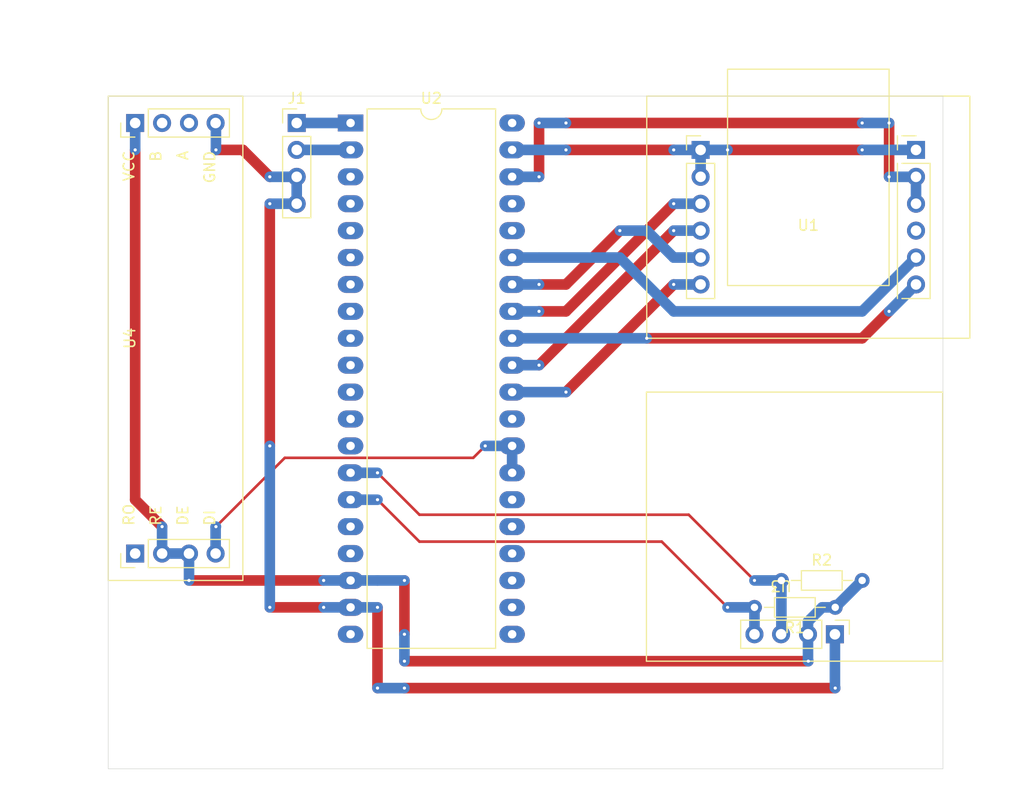
<source format=kicad_pcb>
(kicad_pcb (version 20240108) (generator "pcbnew") (generator_version "8.0")
  (layers (0 "F.Cu" signal) (31 "B.Cu" signal) (34 "B.Paste" user) (35 "F.Paste" user) (36 "B.SilkS" user "B.Silkscreen") (37 "F.SilkS" user "F.Silkscreen") (38 "B.Mask" user) (39 "F.Mask" user) (44 "Edge.Cuts" user))
  (net 0 "")
  (net 1 "VCC5_L")
  (net 2 "SDA1")
  (net 3 "SCL1")
  (net 4 "GND_R")
  (net 5 "W5500_RST")
  (net 10 "W5500_CS")
  (net 12 "W5500_INT")
  (net 16 "MISO1")
  (net 17 "MOSI1")
  (net 18 "VCC33_R")
  (net 19 "SCK1")
  (net 20 "VCC33_L")
  (net 21 "USART2_RX")
  (net 27 "TP0")
  (net 29 "VCC5_R")
  (net 30 "USART1_TX")
  (net 31 "DMX_BREAK")
  (net 34 "TP1")
  (net 36 "USART1_RX")
  (net 37 "GND_L")
  (net 43 "TP2")
  (footprint "Library:OLED_SSD1306_128x64" (layer "F.Cu") (at 134.59 99.06 180)
    (property "Reference" "U3" (at 0 -3.04 180) (layer "F.SilkS"))
    (property "Value" "OLED_SSD1306_128x64")
    (pad "1" thru_hole rect (at -5.08 -7.62 270) (size 1.7 1.7) (drill 1) (layers "*.Cu" "*.Mask" "In1.Cu" "In2.Cu" "In3.Cu" "In4.Cu" "In5.Cu" "In6.Cu" "In7.Cu" "In8.Cu" "In9.Cu" "In10.Cu" "In11.Cu" "In12.Cu" "In13.Cu" "In14.Cu" "In15.Cu" "In16.Cu" "In17.Cu" "In18.Cu" "In19.Cu" "In20.Cu" "In21.Cu" "In22.Cu" "In23.Cu" "In24.Cu" "In25.Cu" "In26.Cu" "In27.Cu" "In28.Cu" "In29.Cu" "In30.Cu") (net 37 "GND_L"))
    (pad "2" thru_hole oval (at -2.54 -7.62 270) (size 1.7 1.7) (drill 1) (layers "*.Cu" "*.Mask" "In1.Cu" "In2.Cu" "In3.Cu" "In4.Cu" "In5.Cu" "In6.Cu" "In7.Cu" "In8.Cu" "In9.Cu" "In10.Cu" "In11.Cu" "In12.Cu" "In13.Cu" "In14.Cu" "In15.Cu" "In16.Cu" "In17.Cu" "In18.Cu" "In19.Cu" "In20.Cu" "In21.Cu" "In22.Cu" "In23.Cu" "In24.Cu" "In25.Cu" "In26.Cu" "In27.Cu" "In28.Cu" "In29.Cu" "In30.Cu") (net 1 "VCC5_L"))
    (pad "3" thru_hole oval (at 0 -7.62 270) (size 1.7 1.7) (drill 1) (layers "*.Cu" "*.Mask" "In1.Cu" "In2.Cu" "In3.Cu" "In4.Cu" "In5.Cu" "In6.Cu" "In7.Cu" "In8.Cu" "In9.Cu" "In10.Cu" "In11.Cu" "In12.Cu" "In13.Cu" "In14.Cu" "In15.Cu" "In16.Cu" "In17.Cu" "In18.Cu" "In19.Cu" "In20.Cu" "In21.Cu" "In22.Cu" "In23.Cu" "In24.Cu" "In25.Cu" "In26.Cu" "In27.Cu" "In28.Cu" "In29.Cu" "In30.Cu") (net 3 "SCL1"))
    (pad "4" thru_hole oval (at 2.51 -7.62 270) (size 1.7 1.7) (drill 1) (layers "*.Cu" "*.Mask" "In1.Cu" "In2.Cu" "In3.Cu" "In4.Cu" "In5.Cu" "In6.Cu" "In7.Cu" "In8.Cu" "In9.Cu" "In10.Cu" "In11.Cu" "In12.Cu" "In13.Cu" "In14.Cu" "In15.Cu" "In16.Cu" "In17.Cu" "In18.Cu" "In19.Cu" "In20.Cu" "In21.Cu" "In22.Cu" "In23.Cu" "In24.Cu" "In25.Cu" "In26.Cu" "In27.Cu" "In28.Cu" "In29.Cu" "In30.Cu") (net 2 "SDA1"))
  )
  (footprint "Library:RS485_MODULE" (layer "F.Cu") (at 73.66 78.74 90)
    (property "Reference" "U4" (at 0 -0.5 90) (layer "F.SilkS"))
    (property "Value" "RS485_MODULE")
    (fp_text user "DE" (at -17.78 5.08 90) (layer "F.SilkS") (effects (justify left bottom)))
    (fp_text user "GND" (at 17.78 7.62 90) (layer "F.SilkS") (effects (justify right bottom)))
    (fp_text user "B" (at 17.78 2.54 90) (layer "F.SilkS") (effects (justify right bottom)))
    (fp_text user "RE" (at -17.78 2.54 90) (layer "F.SilkS") (effects (justify left bottom)))
    (fp_text user "RO" (at -17.78 0 90) (layer "F.SilkS") (effects (justify left bottom)))
    (fp_text user "A" (at 17.78 5.08 90) (layer "F.SilkS") (effects (justify right bottom)))
    (fp_text user "VCC" (at 17.78 0 90) (layer "F.SilkS") (effects (justify right bottom)))
    (fp_text user "DI" (at -17.78 7.62 90) (layer "F.SilkS") (effects (justify left bottom)))
    (pad "1" thru_hole rect (at -20.32 0 90) (size 1.7 1.7) (drill 1) (layers "*.Cu" "*.Mask" "In1.Cu" "In2.Cu" "In3.Cu" "In4.Cu" "In5.Cu" "In6.Cu" "In7.Cu" "In8.Cu" "In9.Cu" "In10.Cu" "In11.Cu" "In12.Cu" "In13.Cu" "In14.Cu" "In15.Cu" "In16.Cu" "In17.Cu" "In18.Cu" "In19.Cu" "In20.Cu" "In21.Cu" "In22.Cu" "In23.Cu" "In24.Cu" "In25.Cu" "In26.Cu" "In27.Cu" "In28.Cu" "In29.Cu" "In30.Cu"))
    (pad "2" thru_hole oval (at -20.32 2.54 90) (size 1.7 1.7) (drill 1) (layers "*.Cu" "*.Mask" "In1.Cu" "In2.Cu" "In3.Cu" "In4.Cu" "In5.Cu" "In6.Cu" "In7.Cu" "In8.Cu" "In9.Cu" "In10.Cu" "In11.Cu" "In12.Cu" "In13.Cu" "In14.Cu" "In15.Cu" "In16.Cu" "In17.Cu" "In18.Cu" "In19.Cu" "In20.Cu" "In21.Cu" "In22.Cu" "In23.Cu" "In24.Cu" "In25.Cu" "In26.Cu" "In27.Cu" "In28.Cu" "In29.Cu" "In30.Cu") (net 1 "VCC5_L"))
    (pad "3" thru_hole oval (at -20.32 5.08 90) (size 1.7 1.7) (drill 1) (layers "*.Cu" "*.Mask" "In1.Cu" "In2.Cu" "In3.Cu" "In4.Cu" "In5.Cu" "In6.Cu" "In7.Cu" "In8.Cu" "In9.Cu" "In10.Cu" "In11.Cu" "In12.Cu" "In13.Cu" "In14.Cu" "In15.Cu" "In16.Cu" "In17.Cu" "In18.Cu" "In19.Cu" "In20.Cu" "In21.Cu" "In22.Cu" "In23.Cu" "In24.Cu" "In25.Cu" "In26.Cu" "In27.Cu" "In28.Cu" "In29.Cu" "In30.Cu") (net 1 "VCC5_L"))
    (pad "4" thru_hole oval (at -20.32 7.59 90) (size 1.7 1.7) (drill 1) (layers "*.Cu" "*.Mask" "In1.Cu" "In2.Cu" "In3.Cu" "In4.Cu" "In5.Cu" "In6.Cu" "In7.Cu" "In8.Cu" "In9.Cu" "In10.Cu" "In11.Cu" "In12.Cu" "In13.Cu" "In14.Cu" "In15.Cu" "In16.Cu" "In17.Cu" "In18.Cu" "In19.Cu" "In20.Cu" "In21.Cu" "In22.Cu" "In23.Cu" "In24.Cu" "In25.Cu" "In26.Cu" "In27.Cu" "In28.Cu" "In29.Cu" "In30.Cu") (net 31 "DMX_BREAK"))
    (pad "5" thru_hole oval (at 20.32 7.59 90) (size 1.7 1.7) (drill 1) (layers "*.Cu" "*.Mask" "In1.Cu" "In2.Cu" "In3.Cu" "In4.Cu" "In5.Cu" "In6.Cu" "In7.Cu" "In8.Cu" "In9.Cu" "In10.Cu" "In11.Cu" "In12.Cu" "In13.Cu" "In14.Cu" "In15.Cu" "In16.Cu" "In17.Cu" "In18.Cu" "In19.Cu" "In20.Cu" "In21.Cu" "In22.Cu" "In23.Cu" "In24.Cu" "In25.Cu" "In26.Cu" "In27.Cu" "In28.Cu" "In29.Cu" "In30.Cu") (net 37 "GND_L"))
    (pad "6" thru_hole oval (at 20.32 5.08 90) (size 1.7 1.7) (drill 1) (layers "*.Cu" "*.Mask" "In1.Cu" "In2.Cu" "In3.Cu" "In4.Cu" "In5.Cu" "In6.Cu" "In7.Cu" "In8.Cu" "In9.Cu" "In10.Cu" "In11.Cu" "In12.Cu" "In13.Cu" "In14.Cu" "In15.Cu" "In16.Cu" "In17.Cu" "In18.Cu" "In19.Cu" "In20.Cu" "In21.Cu" "In22.Cu" "In23.Cu" "In24.Cu" "In25.Cu" "In26.Cu" "In27.Cu" "In28.Cu" "In29.Cu" "In30.Cu"))
    (pad "7" thru_hole oval (at 20.32 2.54 90) (size 1.7 1.7) (drill 1) (layers "*.Cu" "*.Mask" "In1.Cu" "In2.Cu" "In3.Cu" "In4.Cu" "In5.Cu" "In6.Cu" "In7.Cu" "In8.Cu" "In9.Cu" "In10.Cu" "In11.Cu" "In12.Cu" "In13.Cu" "In14.Cu" "In15.Cu" "In16.Cu" "In17.Cu" "In18.Cu" "In19.Cu" "In20.Cu" "In21.Cu" "In22.Cu" "In23.Cu" "In24.Cu" "In25.Cu" "In26.Cu" "In27.Cu" "In28.Cu" "In29.Cu" "In30.Cu"))
    (pad "8" thru_hole rect (at 20.32 0 90) (size 1.7 1.7) (drill 1) (layers "*.Cu" "*.Mask" "In1.Cu" "In2.Cu" "In3.Cu" "In4.Cu" "In5.Cu" "In6.Cu" "In7.Cu" "In8.Cu" "In9.Cu" "In10.Cu" "In11.Cu" "In12.Cu" "In13.Cu" "In14.Cu" "In15.Cu" "In16.Cu" "In17.Cu" "In18.Cu" "In19.Cu" "In20.Cu" "In21.Cu" "In22.Cu" "In23.Cu" "In24.Cu" "In25.Cu" "In26.Cu" "In27.Cu" "In28.Cu" "In29.Cu" "In30.Cu") (net 1 "VCC5_L"))
  )
  (footprint "Connector_PinHeader_2.54mm:PinHeader_1x04_P2.54mm_Vertical" (layer "F.Cu") (at 88.9 58.42)
    (property "Reference" "J1" (at 0 -2.33 0) (layer "F.SilkS"))
    (property "Value" "DIAG")
    (pad "1" thru_hole rect (at 0 0) (size 1.7 1.7) (drill 1) (layers "*.Cu" "*.Mask" "In1.Cu" "In2.Cu" "In3.Cu" "In4.Cu" "In5.Cu" "In6.Cu" "In7.Cu" "In8.Cu" "In9.Cu" "In10.Cu" "In11.Cu" "In12.Cu" "In13.Cu" "In14.Cu" "In15.Cu" "In16.Cu" "In17.Cu" "In18.Cu" "In19.Cu" "In20.Cu" "In21.Cu" "In22.Cu" "In23.Cu" "In24.Cu" "In25.Cu" "In26.Cu" "In27.Cu" "In28.Cu" "In29.Cu" "In30.Cu") (net 27 "TP0"))
    (pad "2" thru_hole oval (at 0 2.54) (size 1.7 1.7) (drill 1) (layers "*.Cu" "*.Mask" "In1.Cu" "In2.Cu" "In3.Cu" "In4.Cu" "In5.Cu" "In6.Cu" "In7.Cu" "In8.Cu" "In9.Cu" "In10.Cu" "In11.Cu" "In12.Cu" "In13.Cu" "In14.Cu" "In15.Cu" "In16.Cu" "In17.Cu" "In18.Cu" "In19.Cu" "In20.Cu" "In21.Cu" "In22.Cu" "In23.Cu" "In24.Cu" "In25.Cu" "In26.Cu" "In27.Cu" "In28.Cu" "In29.Cu" "In30.Cu") (net 34 "TP1"))
    (pad "3" thru_hole oval (at 0 5.08) (size 1.7 1.7) (drill 1) (layers "*.Cu" "*.Mask" "In1.Cu" "In2.Cu" "In3.Cu" "In4.Cu" "In5.Cu" "In6.Cu" "In7.Cu" "In8.Cu" "In9.Cu" "In10.Cu" "In11.Cu" "In12.Cu" "In13.Cu" "In14.Cu" "In15.Cu" "In16.Cu" "In17.Cu" "In18.Cu" "In19.Cu" "In20.Cu" "In21.Cu" "In22.Cu" "In23.Cu" "In24.Cu" "In25.Cu" "In26.Cu" "In27.Cu" "In28.Cu" "In29.Cu" "In30.Cu") (net 37 "GND_L"))
    (pad "4" thru_hole oval (at 0 7.62) (size 1.7 1.7) (drill 1) (layers "*.Cu" "*.Mask" "In1.Cu" "In2.Cu" "In3.Cu" "In4.Cu" "In5.Cu" "In6.Cu" "In7.Cu" "In8.Cu" "In9.Cu" "In10.Cu" "In11.Cu" "In12.Cu" "In13.Cu" "In14.Cu" "In15.Cu" "In16.Cu" "In17.Cu" "In18.Cu" "In19.Cu" "In20.Cu" "In21.Cu" "In22.Cu" "In23.Cu" "In24.Cu" "In25.Cu" "In26.Cu" "In27.Cu" "In28.Cu" "In29.Cu" "In30.Cu") (net 37 "GND_L"))
  )
  (footprint "Library:W5500_Lite" (layer "F.Cu") (at 137.16 68.58)
    (property "Reference" "U1" (at 0 -0.5 0) (layer "F.SilkS"))
    (property "Value" "W5500 lite")
    (pad "1" thru_hole rect (at -10.16 -7.62) (size 1.7 1.7) (drill 1) (layers "*.Cu" "*.Mask" "In1.Cu" "In2.Cu" "In3.Cu" "In4.Cu" "In5.Cu" "In6.Cu" "In7.Cu" "In8.Cu" "In9.Cu" "In10.Cu" "In11.Cu" "In12.Cu" "In13.Cu" "In14.Cu" "In15.Cu" "In16.Cu" "In17.Cu" "In18.Cu" "In19.Cu" "In20.Cu" "In21.Cu" "In22.Cu" "In23.Cu" "In24.Cu" "In25.Cu" "In26.Cu" "In27.Cu" "In28.Cu" "In29.Cu" "In30.Cu") (net 4 "GND_R"))
    (pad "2" thru_hole oval (at -10.16 -5.08) (size 1.7 1.7) (drill 1) (layers "*.Cu" "*.Mask" "In1.Cu" "In2.Cu" "In3.Cu" "In4.Cu" "In5.Cu" "In6.Cu" "In7.Cu" "In8.Cu" "In9.Cu" "In10.Cu" "In11.Cu" "In12.Cu" "In13.Cu" "In14.Cu" "In15.Cu" "In16.Cu" "In17.Cu" "In18.Cu" "In19.Cu" "In20.Cu" "In21.Cu" "In22.Cu" "In23.Cu" "In24.Cu" "In25.Cu" "In26.Cu" "In27.Cu" "In28.Cu" "In29.Cu" "In30.Cu") (net 4 "GND_R"))
    (pad "3" thru_hole oval (at -10.16 -2.54) (size 1.7 1.7) (drill 1) (layers "*.Cu" "*.Mask" "In1.Cu" "In2.Cu" "In3.Cu" "In4.Cu" "In5.Cu" "In6.Cu" "In7.Cu" "In8.Cu" "In9.Cu" "In10.Cu" "In11.Cu" "In12.Cu" "In13.Cu" "In14.Cu" "In15.Cu" "In16.Cu" "In17.Cu" "In18.Cu" "In19.Cu" "In20.Cu" "In21.Cu" "In22.Cu" "In23.Cu" "In24.Cu" "In25.Cu" "In26.Cu" "In27.Cu" "In28.Cu" "In29.Cu" "In30.Cu") (net 17 "MOSI1"))
    (pad "4" thru_hole oval (at -10.16 0) (size 1.7 1.7) (drill 1) (layers "*.Cu" "*.Mask" "In1.Cu" "In2.Cu" "In3.Cu" "In4.Cu" "In5.Cu" "In6.Cu" "In7.Cu" "In8.Cu" "In9.Cu" "In10.Cu" "In11.Cu" "In12.Cu" "In13.Cu" "In14.Cu" "In15.Cu" "In16.Cu" "In17.Cu" "In18.Cu" "In19.Cu" "In20.Cu" "In21.Cu" "In22.Cu" "In23.Cu" "In24.Cu" "In25.Cu" "In26.Cu" "In27.Cu" "In28.Cu" "In29.Cu" "In30.Cu") (net 19 "SCK1"))
    (pad "5" thru_hole oval (at -10.16 2.54) (size 1.7 1.7) (drill 1) (layers "*.Cu" "*.Mask" "In1.Cu" "In2.Cu" "In3.Cu" "In4.Cu" "In5.Cu" "In6.Cu" "In7.Cu" "In8.Cu" "In9.Cu" "In10.Cu" "In11.Cu" "In12.Cu" "In13.Cu" "In14.Cu" "In15.Cu" "In16.Cu" "In17.Cu" "In18.Cu" "In19.Cu" "In20.Cu" "In21.Cu" "In22.Cu" "In23.Cu" "In24.Cu" "In25.Cu" "In26.Cu" "In27.Cu" "In28.Cu" "In29.Cu" "In30.Cu") (net 10 "W5500_CS"))
    (pad "6" thru_hole oval (at -10.16 5.08) (size 1.7 1.7) (drill 1) (layers "*.Cu" "*.Mask" "In1.Cu" "In2.Cu" "In3.Cu" "In4.Cu" "In5.Cu" "In6.Cu" "In7.Cu" "In8.Cu" "In9.Cu" "In10.Cu" "In11.Cu" "In12.Cu" "In13.Cu" "In14.Cu" "In15.Cu" "In16.Cu" "In17.Cu" "In18.Cu" "In19.Cu" "In20.Cu" "In21.Cu" "In22.Cu" "In23.Cu" "In24.Cu" "In25.Cu" "In26.Cu" "In27.Cu" "In28.Cu" "In29.Cu" "In30.Cu") (net 12 "W5500_INT"))
    (pad "7" thru_hole oval (at 10.16 5.08) (size 1.7 1.7) (drill 1) (layers "*.Cu" "*.Mask" "In1.Cu" "In2.Cu" "In3.Cu" "In4.Cu" "In5.Cu" "In6.Cu" "In7.Cu" "In8.Cu" "In9.Cu" "In10.Cu" "In11.Cu" "In12.Cu" "In13.Cu" "In14.Cu" "In15.Cu" "In16.Cu" "In17.Cu" "In18.Cu" "In19.Cu" "In20.Cu" "In21.Cu" "In22.Cu" "In23.Cu" "In24.Cu" "In25.Cu" "In26.Cu" "In27.Cu" "In28.Cu" "In29.Cu" "In30.Cu") (net 16 "MISO1"))
    (pad "8" thru_hole oval (at 10.16 2.54) (size 1.7 1.7) (drill 1) (layers "*.Cu" "*.Mask" "In1.Cu" "In2.Cu" "In3.Cu" "In4.Cu" "In5.Cu" "In6.Cu" "In7.Cu" "In8.Cu" "In9.Cu" "In10.Cu" "In11.Cu" "In12.Cu" "In13.Cu" "In14.Cu" "In15.Cu" "In16.Cu" "In17.Cu" "In18.Cu" "In19.Cu" "In20.Cu" "In21.Cu" "In22.Cu" "In23.Cu" "In24.Cu" "In25.Cu" "In26.Cu" "In27.Cu" "In28.Cu" "In29.Cu" "In30.Cu") (net 5 "W5500_RST"))
    (pad "9" thru_hole oval (at 10.16 0) (size 1.7 1.7) (drill 1) (layers "*.Cu" "*.Mask" "In1.Cu" "In2.Cu" "In3.Cu" "In4.Cu" "In5.Cu" "In6.Cu" "In7.Cu" "In8.Cu" "In9.Cu" "In10.Cu" "In11.Cu" "In12.Cu" "In13.Cu" "In14.Cu" "In15.Cu" "In16.Cu" "In17.Cu" "In18.Cu" "In19.Cu" "In20.Cu" "In21.Cu" "In22.Cu" "In23.Cu" "In24.Cu" "In25.Cu" "In26.Cu" "In27.Cu" "In28.Cu" "In29.Cu" "In30.Cu"))
    (pad "10" thru_hole oval (at 10.16 -2.54) (size 1.7 1.7) (drill 1) (layers "*.Cu" "*.Mask" "In1.Cu" "In2.Cu" "In3.Cu" "In4.Cu" "In5.Cu" "In6.Cu" "In7.Cu" "In8.Cu" "In9.Cu" "In10.Cu" "In11.Cu" "In12.Cu" "In13.Cu" "In14.Cu" "In15.Cu" "In16.Cu" "In17.Cu" "In18.Cu" "In19.Cu" "In20.Cu" "In21.Cu" "In22.Cu" "In23.Cu" "In24.Cu" "In25.Cu" "In26.Cu" "In27.Cu" "In28.Cu" "In29.Cu" "In30.Cu") (net 18 "VCC33_R"))
    (pad "11" thru_hole oval (at 10.16 -5.08) (size 1.7 1.7) (drill 1) (layers "*.Cu" "*.Mask" "In1.Cu" "In2.Cu" "In3.Cu" "In4.Cu" "In5.Cu" "In6.Cu" "In7.Cu" "In8.Cu" "In9.Cu" "In10.Cu" "In11.Cu" "In12.Cu" "In13.Cu" "In14.Cu" "In15.Cu" "In16.Cu" "In17.Cu" "In18.Cu" "In19.Cu" "In20.Cu" "In21.Cu" "In22.Cu" "In23.Cu" "In24.Cu" "In25.Cu" "In26.Cu" "In27.Cu" "In28.Cu" "In29.Cu" "In30.Cu") (net 18 "VCC33_R"))
    (pad "12" thru_hole rect (at 10.16 -7.62) (size 1.7 1.7) (drill 1) (layers "*.Cu" "*.Mask" "In1.Cu" "In2.Cu" "In3.Cu" "In4.Cu" "In5.Cu" "In6.Cu" "In7.Cu" "In8.Cu" "In9.Cu" "In10.Cu" "In11.Cu" "In12.Cu" "In13.Cu" "In14.Cu" "In15.Cu" "In16.Cu" "In17.Cu" "In18.Cu" "In19.Cu" "In20.Cu" "In21.Cu" "In22.Cu" "In23.Cu" "In24.Cu" "In25.Cu" "In26.Cu" "In27.Cu" "In28.Cu" "In29.Cu" "In30.Cu") (net 4 "GND_R"))
  )
  (footprint "Package_DIP:DIP-40_W15.24mm_LongPads" (layer "F.Cu") (at 93.98 58.42)
    (property "Reference" "U2" (at 7.62 -2.33 0) (layer "F.SilkS"))
    (property "Value" "STM32F4x1Cx_v2.0+")
    (pad "1" thru_hole rect (at 0 0) (size 2.4 1.6) (drill 0.8) (layers "*.Cu" "*.Mask" "In1.Cu" "In2.Cu" "In3.Cu" "In4.Cu" "In5.Cu" "In6.Cu" "In7.Cu" "In8.Cu" "In9.Cu" "In10.Cu" "In11.Cu" "In12.Cu" "In13.Cu" "In14.Cu" "In15.Cu" "In16.Cu" "In17.Cu" "In18.Cu" "In19.Cu" "In20.Cu" "In21.Cu" "In22.Cu" "In23.Cu" "In24.Cu" "In25.Cu" "In26.Cu" "In27.Cu" "In28.Cu" "In29.Cu" "In30.Cu") (net 27 "TP0"))
    (pad "2" thru_hole oval (at 0 2.54) (size 2.4 1.6) (drill 0.8) (layers "*.Cu" "*.Mask" "In1.Cu" "In2.Cu" "In3.Cu" "In4.Cu" "In5.Cu" "In6.Cu" "In7.Cu" "In8.Cu" "In9.Cu" "In10.Cu" "In11.Cu" "In12.Cu" "In13.Cu" "In14.Cu" "In15.Cu" "In16.Cu" "In17.Cu" "In18.Cu" "In19.Cu" "In20.Cu" "In21.Cu" "In22.Cu" "In23.Cu" "In24.Cu" "In25.Cu" "In26.Cu" "In27.Cu" "In28.Cu" "In29.Cu" "In30.Cu") (net 34 "TP1"))
    (pad "3" thru_hole oval (at 0 5.08) (size 2.4 1.6) (drill 0.8) (layers "*.Cu" "*.Mask" "In1.Cu" "In2.Cu" "In3.Cu" "In4.Cu" "In5.Cu" "In6.Cu" "In7.Cu" "In8.Cu" "In9.Cu" "In10.Cu" "In11.Cu" "In12.Cu" "In13.Cu" "In14.Cu" "In15.Cu" "In16.Cu" "In17.Cu" "In18.Cu" "In19.Cu" "In20.Cu" "In21.Cu" "In22.Cu" "In23.Cu" "In24.Cu" "In25.Cu" "In26.Cu" "In27.Cu" "In28.Cu" "In29.Cu" "In30.Cu"))
    (pad "4" thru_hole oval (at 0 7.62) (size 2.4 1.6) (drill 0.8) (layers "*.Cu" "*.Mask" "In1.Cu" "In2.Cu" "In3.Cu" "In4.Cu" "In5.Cu" "In6.Cu" "In7.Cu" "In8.Cu" "In9.Cu" "In10.Cu" "In11.Cu" "In12.Cu" "In13.Cu" "In14.Cu" "In15.Cu" "In16.Cu" "In17.Cu" "In18.Cu" "In19.Cu" "In20.Cu" "In21.Cu" "In22.Cu" "In23.Cu" "In24.Cu" "In25.Cu" "In26.Cu" "In27.Cu" "In28.Cu" "In29.Cu" "In30.Cu"))
    (pad "5" thru_hole oval (at 0 10.16) (size 2.4 1.6) (drill 0.8) (layers "*.Cu" "*.Mask" "In1.Cu" "In2.Cu" "In3.Cu" "In4.Cu" "In5.Cu" "In6.Cu" "In7.Cu" "In8.Cu" "In9.Cu" "In10.Cu" "In11.Cu" "In12.Cu" "In13.Cu" "In14.Cu" "In15.Cu" "In16.Cu" "In17.Cu" "In18.Cu" "In19.Cu" "In20.Cu" "In21.Cu" "In22.Cu" "In23.Cu" "In24.Cu" "In25.Cu" "In26.Cu" "In27.Cu" "In28.Cu" "In29.Cu" "In30.Cu"))
    (pad "6" thru_hole oval (at 0 12.7) (size 2.4 1.6) (drill 0.8) (layers "*.Cu" "*.Mask" "In1.Cu" "In2.Cu" "In3.Cu" "In4.Cu" "In5.Cu" "In6.Cu" "In7.Cu" "In8.Cu" "In9.Cu" "In10.Cu" "In11.Cu" "In12.Cu" "In13.Cu" "In14.Cu" "In15.Cu" "In16.Cu" "In17.Cu" "In18.Cu" "In19.Cu" "In20.Cu" "In21.Cu" "In22.Cu" "In23.Cu" "In24.Cu" "In25.Cu" "In26.Cu" "In27.Cu" "In28.Cu" "In29.Cu" "In30.Cu") (net 30 "USART1_TX"))
    (pad "7" thru_hole oval (at 0 15.24) (size 2.4 1.6) (drill 0.8) (layers "*.Cu" "*.Mask" "In1.Cu" "In2.Cu" "In3.Cu" "In4.Cu" "In5.Cu" "In6.Cu" "In7.Cu" "In8.Cu" "In9.Cu" "In10.Cu" "In11.Cu" "In12.Cu" "In13.Cu" "In14.Cu" "In15.Cu" "In16.Cu" "In17.Cu" "In18.Cu" "In19.Cu" "In20.Cu" "In21.Cu" "In22.Cu" "In23.Cu" "In24.Cu" "In25.Cu" "In26.Cu" "In27.Cu" "In28.Cu" "In29.Cu" "In30.Cu") (net 36 "USART1_RX"))
    (pad "8" thru_hole oval (at 0 17.78) (size 2.4 1.6) (drill 0.8) (layers "*.Cu" "*.Mask" "In1.Cu" "In2.Cu" "In3.Cu" "In4.Cu" "In5.Cu" "In6.Cu" "In7.Cu" "In8.Cu" "In9.Cu" "In10.Cu" "In11.Cu" "In12.Cu" "In13.Cu" "In14.Cu" "In15.Cu" "In16.Cu" "In17.Cu" "In18.Cu" "In19.Cu" "In20.Cu" "In21.Cu" "In22.Cu" "In23.Cu" "In24.Cu" "In25.Cu" "In26.Cu" "In27.Cu" "In28.Cu" "In29.Cu" "In30.Cu"))
    (pad "9" thru_hole oval (at 0 20.32) (size 2.4 1.6) (drill 0.8) (layers "*.Cu" "*.Mask" "In1.Cu" "In2.Cu" "In3.Cu" "In4.Cu" "In5.Cu" "In6.Cu" "In7.Cu" "In8.Cu" "In9.Cu" "In10.Cu" "In11.Cu" "In12.Cu" "In13.Cu" "In14.Cu" "In15.Cu" "In16.Cu" "In17.Cu" "In18.Cu" "In19.Cu" "In20.Cu" "In21.Cu" "In22.Cu" "In23.Cu" "In24.Cu" "In25.Cu" "In26.Cu" "In27.Cu" "In28.Cu" "In29.Cu" "In30.Cu"))
    (pad "10" thru_hole oval (at 0 22.86) (size 2.4 1.6) (drill 0.8) (layers "*.Cu" "*.Mask" "In1.Cu" "In2.Cu" "In3.Cu" "In4.Cu" "In5.Cu" "In6.Cu" "In7.Cu" "In8.Cu" "In9.Cu" "In10.Cu" "In11.Cu" "In12.Cu" "In13.Cu" "In14.Cu" "In15.Cu" "In16.Cu" "In17.Cu" "In18.Cu" "In19.Cu" "In20.Cu" "In21.Cu" "In22.Cu" "In23.Cu" "In24.Cu" "In25.Cu" "In26.Cu" "In27.Cu" "In28.Cu" "In29.Cu" "In30.Cu"))
    (pad "11" thru_hole oval (at 0 25.4) (size 2.4 1.6) (drill 0.8) (layers "*.Cu" "*.Mask" "In1.Cu" "In2.Cu" "In3.Cu" "In4.Cu" "In5.Cu" "In6.Cu" "In7.Cu" "In8.Cu" "In9.Cu" "In10.Cu" "In11.Cu" "In12.Cu" "In13.Cu" "In14.Cu" "In15.Cu" "In16.Cu" "In17.Cu" "In18.Cu" "In19.Cu" "In20.Cu" "In21.Cu" "In22.Cu" "In23.Cu" "In24.Cu" "In25.Cu" "In26.Cu" "In27.Cu" "In28.Cu" "In29.Cu" "In30.Cu"))
    (pad "12" thru_hole oval (at 0 27.94) (size 2.4 1.6) (drill 0.8) (layers "*.Cu" "*.Mask" "In1.Cu" "In2.Cu" "In3.Cu" "In4.Cu" "In5.Cu" "In6.Cu" "In7.Cu" "In8.Cu" "In9.Cu" "In10.Cu" "In11.Cu" "In12.Cu" "In13.Cu" "In14.Cu" "In15.Cu" "In16.Cu" "In17.Cu" "In18.Cu" "In19.Cu" "In20.Cu" "In21.Cu" "In22.Cu" "In23.Cu" "In24.Cu" "In25.Cu" "In26.Cu" "In27.Cu" "In28.Cu" "In29.Cu" "In30.Cu"))
    (pad "13" thru_hole oval (at 0 30.48) (size 2.4 1.6) (drill 0.8) (layers "*.Cu" "*.Mask" "In1.Cu" "In2.Cu" "In3.Cu" "In4.Cu" "In5.Cu" "In6.Cu" "In7.Cu" "In8.Cu" "In9.Cu" "In10.Cu" "In11.Cu" "In12.Cu" "In13.Cu" "In14.Cu" "In15.Cu" "In16.Cu" "In17.Cu" "In18.Cu" "In19.Cu" "In20.Cu" "In21.Cu" "In22.Cu" "In23.Cu" "In24.Cu" "In25.Cu" "In26.Cu" "In27.Cu" "In28.Cu" "In29.Cu" "In30.Cu"))
    (pad "14" thru_hole oval (at 0 33.02) (size 2.4 1.6) (drill 0.8) (layers "*.Cu" "*.Mask" "In1.Cu" "In2.Cu" "In3.Cu" "In4.Cu" "In5.Cu" "In6.Cu" "In7.Cu" "In8.Cu" "In9.Cu" "In10.Cu" "In11.Cu" "In12.Cu" "In13.Cu" "In14.Cu" "In15.Cu" "In16.Cu" "In17.Cu" "In18.Cu" "In19.Cu" "In20.Cu" "In21.Cu" "In22.Cu" "In23.Cu" "In24.Cu" "In25.Cu" "In26.Cu" "In27.Cu" "In28.Cu" "In29.Cu" "In30.Cu") (net 3 "SCL1"))
    (pad "15" thru_hole oval (at 0 35.56) (size 2.4 1.6) (drill 0.8) (layers "*.Cu" "*.Mask" "In1.Cu" "In2.Cu" "In3.Cu" "In4.Cu" "In5.Cu" "In6.Cu" "In7.Cu" "In8.Cu" "In9.Cu" "In10.Cu" "In11.Cu" "In12.Cu" "In13.Cu" "In14.Cu" "In15.Cu" "In16.Cu" "In17.Cu" "In18.Cu" "In19.Cu" "In20.Cu" "In21.Cu" "In22.Cu" "In23.Cu" "In24.Cu" "In25.Cu" "In26.Cu" "In27.Cu" "In28.Cu" "In29.Cu" "In30.Cu") (net 2 "SDA1"))
    (pad "16" thru_hole oval (at 0 38.1) (size 2.4 1.6) (drill 0.8) (layers "*.Cu" "*.Mask" "In1.Cu" "In2.Cu" "In3.Cu" "In4.Cu" "In5.Cu" "In6.Cu" "In7.Cu" "In8.Cu" "In9.Cu" "In10.Cu" "In11.Cu" "In12.Cu" "In13.Cu" "In14.Cu" "In15.Cu" "In16.Cu" "In17.Cu" "In18.Cu" "In19.Cu" "In20.Cu" "In21.Cu" "In22.Cu" "In23.Cu" "In24.Cu" "In25.Cu" "In26.Cu" "In27.Cu" "In28.Cu" "In29.Cu" "In30.Cu"))
    (pad "17" thru_hole oval (at 0 40.64) (size 2.4 1.6) (drill 0.8) (layers "*.Cu" "*.Mask" "In1.Cu" "In2.Cu" "In3.Cu" "In4.Cu" "In5.Cu" "In6.Cu" "In7.Cu" "In8.Cu" "In9.Cu" "In10.Cu" "In11.Cu" "In12.Cu" "In13.Cu" "In14.Cu" "In15.Cu" "In16.Cu" "In17.Cu" "In18.Cu" "In19.Cu" "In20.Cu" "In21.Cu" "In22.Cu" "In23.Cu" "In24.Cu" "In25.Cu" "In26.Cu" "In27.Cu" "In28.Cu" "In29.Cu" "In30.Cu"))
    (pad "18" thru_hole oval (at 0 43.18) (size 2.4 1.6) (drill 0.8) (layers "*.Cu" "*.Mask" "In1.Cu" "In2.Cu" "In3.Cu" "In4.Cu" "In5.Cu" "In6.Cu" "In7.Cu" "In8.Cu" "In9.Cu" "In10.Cu" "In11.Cu" "In12.Cu" "In13.Cu" "In14.Cu" "In15.Cu" "In16.Cu" "In17.Cu" "In18.Cu" "In19.Cu" "In20.Cu" "In21.Cu" "In22.Cu" "In23.Cu" "In24.Cu" "In25.Cu" "In26.Cu" "In27.Cu" "In28.Cu" "In29.Cu" "In30.Cu") (net 1 "VCC5_L"))
    (pad "19" thru_hole oval (at 0 45.72) (size 2.4 1.6) (drill 0.8) (layers "*.Cu" "*.Mask" "In1.Cu" "In2.Cu" "In3.Cu" "In4.Cu" "In5.Cu" "In6.Cu" "In7.Cu" "In8.Cu" "In9.Cu" "In10.Cu" "In11.Cu" "In12.Cu" "In13.Cu" "In14.Cu" "In15.Cu" "In16.Cu" "In17.Cu" "In18.Cu" "In19.Cu" "In20.Cu" "In21.Cu" "In22.Cu" "In23.Cu" "In24.Cu" "In25.Cu" "In26.Cu" "In27.Cu" "In28.Cu" "In29.Cu" "In30.Cu") (net 37 "GND_L"))
    (pad "20" thru_hole oval (at 0 48.26) (size 2.4 1.6) (drill 0.8) (layers "*.Cu" "*.Mask" "In1.Cu" "In2.Cu" "In3.Cu" "In4.Cu" "In5.Cu" "In6.Cu" "In7.Cu" "In8.Cu" "In9.Cu" "In10.Cu" "In11.Cu" "In12.Cu" "In13.Cu" "In14.Cu" "In15.Cu" "In16.Cu" "In17.Cu" "In18.Cu" "In19.Cu" "In20.Cu" "In21.Cu" "In22.Cu" "In23.Cu" "In24.Cu" "In25.Cu" "In26.Cu" "In27.Cu" "In28.Cu" "In29.Cu" "In30.Cu") (net 20 "VCC33_L"))
    (pad "21" thru_hole oval (at 15.24 48.26) (size 2.4 1.6) (drill 0.8) (layers "*.Cu" "*.Mask" "In1.Cu" "In2.Cu" "In3.Cu" "In4.Cu" "In5.Cu" "In6.Cu" "In7.Cu" "In8.Cu" "In9.Cu" "In10.Cu" "In11.Cu" "In12.Cu" "In13.Cu" "In14.Cu" "In15.Cu" "In16.Cu" "In17.Cu" "In18.Cu" "In19.Cu" "In20.Cu" "In21.Cu" "In22.Cu" "In23.Cu" "In24.Cu" "In25.Cu" "In26.Cu" "In27.Cu" "In28.Cu" "In29.Cu" "In30.Cu"))
    (pad "22" thru_hole oval (at 15.24 45.72) (size 2.4 1.6) (drill 0.8) (layers "*.Cu" "*.Mask" "In1.Cu" "In2.Cu" "In3.Cu" "In4.Cu" "In5.Cu" "In6.Cu" "In7.Cu" "In8.Cu" "In9.Cu" "In10.Cu" "In11.Cu" "In12.Cu" "In13.Cu" "In14.Cu" "In15.Cu" "In16.Cu" "In17.Cu" "In18.Cu" "In19.Cu" "In20.Cu" "In21.Cu" "In22.Cu" "In23.Cu" "In24.Cu" "In25.Cu" "In26.Cu" "In27.Cu" "In28.Cu" "In29.Cu" "In30.Cu"))
    (pad "23" thru_hole oval (at 15.24 43.18) (size 2.4 1.6) (drill 0.8) (layers "*.Cu" "*.Mask" "In1.Cu" "In2.Cu" "In3.Cu" "In4.Cu" "In5.Cu" "In6.Cu" "In7.Cu" "In8.Cu" "In9.Cu" "In10.Cu" "In11.Cu" "In12.Cu" "In13.Cu" "In14.Cu" "In15.Cu" "In16.Cu" "In17.Cu" "In18.Cu" "In19.Cu" "In20.Cu" "In21.Cu" "In22.Cu" "In23.Cu" "In24.Cu" "In25.Cu" "In26.Cu" "In27.Cu" "In28.Cu" "In29.Cu" "In30.Cu"))
    (pad "24" thru_hole oval (at 15.24 40.64) (size 2.4 1.6) (drill 0.8) (layers "*.Cu" "*.Mask" "In1.Cu" "In2.Cu" "In3.Cu" "In4.Cu" "In5.Cu" "In6.Cu" "In7.Cu" "In8.Cu" "In9.Cu" "In10.Cu" "In11.Cu" "In12.Cu" "In13.Cu" "In14.Cu" "In15.Cu" "In16.Cu" "In17.Cu" "In18.Cu" "In19.Cu" "In20.Cu" "In21.Cu" "In22.Cu" "In23.Cu" "In24.Cu" "In25.Cu" "In26.Cu" "In27.Cu" "In28.Cu" "In29.Cu" "In30.Cu"))
    (pad "25" thru_hole oval (at 15.24 38.1) (size 2.4 1.6) (drill 0.8) (layers "*.Cu" "*.Mask" "In1.Cu" "In2.Cu" "In3.Cu" "In4.Cu" "In5.Cu" "In6.Cu" "In7.Cu" "In8.Cu" "In9.Cu" "In10.Cu" "In11.Cu" "In12.Cu" "In13.Cu" "In14.Cu" "In15.Cu" "In16.Cu" "In17.Cu" "In18.Cu" "In19.Cu" "In20.Cu" "In21.Cu" "In22.Cu" "In23.Cu" "In24.Cu" "In25.Cu" "In26.Cu" "In27.Cu" "In28.Cu" "In29.Cu" "In30.Cu"))
    (pad "26" thru_hole oval (at 15.24 35.56) (size 2.4 1.6) (drill 0.8) (layers "*.Cu" "*.Mask" "In1.Cu" "In2.Cu" "In3.Cu" "In4.Cu" "In5.Cu" "In6.Cu" "In7.Cu" "In8.Cu" "In9.Cu" "In10.Cu" "In11.Cu" "In12.Cu" "In13.Cu" "In14.Cu" "In15.Cu" "In16.Cu" "In17.Cu" "In18.Cu" "In19.Cu" "In20.Cu" "In21.Cu" "In22.Cu" "In23.Cu" "In24.Cu" "In25.Cu" "In26.Cu" "In27.Cu" "In28.Cu" "In29.Cu" "In30.Cu") (net 43 "TP2"))
    (pad "27" thru_hole oval (at 15.24 33.02) (size 2.4 1.6) (drill 0.8) (layers "*.Cu" "*.Mask" "In1.Cu" "In2.Cu" "In3.Cu" "In4.Cu" "In5.Cu" "In6.Cu" "In7.Cu" "In8.Cu" "In9.Cu" "In10.Cu" "In11.Cu" "In12.Cu" "In13.Cu" "In14.Cu" "In15.Cu" "In16.Cu" "In17.Cu" "In18.Cu" "In19.Cu" "In20.Cu" "In21.Cu" "In22.Cu" "In23.Cu" "In24.Cu" "In25.Cu" "In26.Cu" "In27.Cu" "In28.Cu" "In29.Cu" "In30.Cu") (net 31 "DMX_BREAK"))
    (pad "28" thru_hole oval (at 15.24 30.48) (size 2.4 1.6) (drill 0.8) (layers "*.Cu" "*.Mask" "In1.Cu" "In2.Cu" "In3.Cu" "In4.Cu" "In5.Cu" "In6.Cu" "In7.Cu" "In8.Cu" "In9.Cu" "In10.Cu" "In11.Cu" "In12.Cu" "In13.Cu" "In14.Cu" "In15.Cu" "In16.Cu" "In17.Cu" "In18.Cu" "In19.Cu" "In20.Cu" "In21.Cu" "In22.Cu" "In23.Cu" "In24.Cu" "In25.Cu" "In26.Cu" "In27.Cu" "In28.Cu" "In29.Cu" "In30.Cu") (net 31 "DMX_BREAK"))
    (pad "29" thru_hole oval (at 15.24 27.94) (size 2.4 1.6) (drill 0.8) (layers "*.Cu" "*.Mask" "In1.Cu" "In2.Cu" "In3.Cu" "In4.Cu" "In5.Cu" "In6.Cu" "In7.Cu" "In8.Cu" "In9.Cu" "In10.Cu" "In11.Cu" "In12.Cu" "In13.Cu" "In14.Cu" "In15.Cu" "In16.Cu" "In17.Cu" "In18.Cu" "In19.Cu" "In20.Cu" "In21.Cu" "In22.Cu" "In23.Cu" "In24.Cu" "In25.Cu" "In26.Cu" "In27.Cu" "In28.Cu" "In29.Cu" "In30.Cu") (net 21 "USART2_RX"))
    (pad "30" thru_hole oval (at 15.24 25.4) (size 2.4 1.6) (drill 0.8) (layers "*.Cu" "*.Mask" "In1.Cu" "In2.Cu" "In3.Cu" "In4.Cu" "In5.Cu" "In6.Cu" "In7.Cu" "In8.Cu" "In9.Cu" "In10.Cu" "In11.Cu" "In12.Cu" "In13.Cu" "In14.Cu" "In15.Cu" "In16.Cu" "In17.Cu" "In18.Cu" "In19.Cu" "In20.Cu" "In21.Cu" "In22.Cu" "In23.Cu" "In24.Cu" "In25.Cu" "In26.Cu" "In27.Cu" "In28.Cu" "In29.Cu" "In30.Cu") (net 12 "W5500_INT"))
    (pad "31" thru_hole oval (at 15.24 22.86) (size 2.4 1.6) (drill 0.8) (layers "*.Cu" "*.Mask" "In1.Cu" "In2.Cu" "In3.Cu" "In4.Cu" "In5.Cu" "In6.Cu" "In7.Cu" "In8.Cu" "In9.Cu" "In10.Cu" "In11.Cu" "In12.Cu" "In13.Cu" "In14.Cu" "In15.Cu" "In16.Cu" "In17.Cu" "In18.Cu" "In19.Cu" "In20.Cu" "In21.Cu" "In22.Cu" "In23.Cu" "In24.Cu" "In25.Cu" "In26.Cu" "In27.Cu" "In28.Cu" "In29.Cu" "In30.Cu") (net 19 "SCK1"))
    (pad "32" thru_hole oval (at 15.24 20.32) (size 2.4 1.6) (drill 0.8) (layers "*.Cu" "*.Mask" "In1.Cu" "In2.Cu" "In3.Cu" "In4.Cu" "In5.Cu" "In6.Cu" "In7.Cu" "In8.Cu" "In9.Cu" "In10.Cu" "In11.Cu" "In12.Cu" "In13.Cu" "In14.Cu" "In15.Cu" "In16.Cu" "In17.Cu" "In18.Cu" "In19.Cu" "In20.Cu" "In21.Cu" "In22.Cu" "In23.Cu" "In24.Cu" "In25.Cu" "In26.Cu" "In27.Cu" "In28.Cu" "In29.Cu" "In30.Cu") (net 16 "MISO1"))
    (pad "33" thru_hole oval (at 15.24 17.78) (size 2.4 1.6) (drill 0.8) (layers "*.Cu" "*.Mask" "In1.Cu" "In2.Cu" "In3.Cu" "In4.Cu" "In5.Cu" "In6.Cu" "In7.Cu" "In8.Cu" "In9.Cu" "In10.Cu" "In11.Cu" "In12.Cu" "In13.Cu" "In14.Cu" "In15.Cu" "In16.Cu" "In17.Cu" "In18.Cu" "In19.Cu" "In20.Cu" "In21.Cu" "In22.Cu" "In23.Cu" "In24.Cu" "In25.Cu" "In26.Cu" "In27.Cu" "In28.Cu" "In29.Cu" "In30.Cu") (net 17 "MOSI1"))
    (pad "34" thru_hole oval (at 15.24 15.24) (size 2.4 1.6) (drill 0.8) (layers "*.Cu" "*.Mask" "In1.Cu" "In2.Cu" "In3.Cu" "In4.Cu" "In5.Cu" "In6.Cu" "In7.Cu" "In8.Cu" "In9.Cu" "In10.Cu" "In11.Cu" "In12.Cu" "In13.Cu" "In14.Cu" "In15.Cu" "In16.Cu" "In17.Cu" "In18.Cu" "In19.Cu" "In20.Cu" "In21.Cu" "In22.Cu" "In23.Cu" "In24.Cu" "In25.Cu" "In26.Cu" "In27.Cu" "In28.Cu" "In29.Cu" "In30.Cu") (net 10 "W5500_CS"))
    (pad "35" thru_hole oval (at 15.24 12.7) (size 2.4 1.6) (drill 0.8) (layers "*.Cu" "*.Mask" "In1.Cu" "In2.Cu" "In3.Cu" "In4.Cu" "In5.Cu" "In6.Cu" "In7.Cu" "In8.Cu" "In9.Cu" "In10.Cu" "In11.Cu" "In12.Cu" "In13.Cu" "In14.Cu" "In15.Cu" "In16.Cu" "In17.Cu" "In18.Cu" "In19.Cu" "In20.Cu" "In21.Cu" "In22.Cu" "In23.Cu" "In24.Cu" "In25.Cu" "In26.Cu" "In27.Cu" "In28.Cu" "In29.Cu" "In30.Cu") (net 5 "W5500_RST"))
    (pad "36" thru_hole oval (at 15.24 10.16) (size 2.4 1.6) (drill 0.8) (layers "*.Cu" "*.Mask" "In1.Cu" "In2.Cu" "In3.Cu" "In4.Cu" "In5.Cu" "In6.Cu" "In7.Cu" "In8.Cu" "In9.Cu" "In10.Cu" "In11.Cu" "In12.Cu" "In13.Cu" "In14.Cu" "In15.Cu" "In16.Cu" "In17.Cu" "In18.Cu" "In19.Cu" "In20.Cu" "In21.Cu" "In22.Cu" "In23.Cu" "In24.Cu" "In25.Cu" "In26.Cu" "In27.Cu" "In28.Cu" "In29.Cu" "In30.Cu"))
    (pad "37" thru_hole oval (at 15.24 7.62) (size 2.4 1.6) (drill 0.8) (layers "*.Cu" "*.Mask" "In1.Cu" "In2.Cu" "In3.Cu" "In4.Cu" "In5.Cu" "In6.Cu" "In7.Cu" "In8.Cu" "In9.Cu" "In10.Cu" "In11.Cu" "In12.Cu" "In13.Cu" "In14.Cu" "In15.Cu" "In16.Cu" "In17.Cu" "In18.Cu" "In19.Cu" "In20.Cu" "In21.Cu" "In22.Cu" "In23.Cu" "In24.Cu" "In25.Cu" "In26.Cu" "In27.Cu" "In28.Cu" "In29.Cu" "In30.Cu"))
    (pad "38" thru_hole oval (at 15.24 5.08) (size 2.4 1.6) (drill 0.8) (layers "*.Cu" "*.Mask" "In1.Cu" "In2.Cu" "In3.Cu" "In4.Cu" "In5.Cu" "In6.Cu" "In7.Cu" "In8.Cu" "In9.Cu" "In10.Cu" "In11.Cu" "In12.Cu" "In13.Cu" "In14.Cu" "In15.Cu" "In16.Cu" "In17.Cu" "In18.Cu" "In19.Cu" "In20.Cu" "In21.Cu" "In22.Cu" "In23.Cu" "In24.Cu" "In25.Cu" "In26.Cu" "In27.Cu" "In28.Cu" "In29.Cu" "In30.Cu") (net 18 "VCC33_R"))
    (pad "39" thru_hole oval (at 15.24 2.54) (size 2.4 1.6) (drill 0.8) (layers "*.Cu" "*.Mask" "In1.Cu" "In2.Cu" "In3.Cu" "In4.Cu" "In5.Cu" "In6.Cu" "In7.Cu" "In8.Cu" "In9.Cu" "In10.Cu" "In11.Cu" "In12.Cu" "In13.Cu" "In14.Cu" "In15.Cu" "In16.Cu" "In17.Cu" "In18.Cu" "In19.Cu" "In20.Cu" "In21.Cu" "In22.Cu" "In23.Cu" "In24.Cu" "In25.Cu" "In26.Cu" "In27.Cu" "In28.Cu" "In29.Cu" "In30.Cu") (net 4 "GND_R"))
    (pad "40" thru_hole oval (at 15.24 0) (size 2.4 1.6) (drill 0.8) (layers "*.Cu" "*.Mask" "In1.Cu" "In2.Cu" "In3.Cu" "In4.Cu" "In5.Cu" "In6.Cu" "In7.Cu" "In8.Cu" "In9.Cu" "In10.Cu" "In11.Cu" "In12.Cu" "In13.Cu" "In14.Cu" "In15.Cu" "In16.Cu" "In17.Cu" "In18.Cu" "In19.Cu" "In20.Cu" "In21.Cu" "In22.Cu" "In23.Cu" "In24.Cu" "In25.Cu" "In26.Cu" "In27.Cu" "In28.Cu" "In29.Cu" "In30.Cu") (net 29 "VCC5_R"))
  )
  (footprint "Resistor_THT:R_Axial_DIN0204_L3.6mm_D1.6mm_P7.62mm_Horizontal" (layer "F.Cu") (at 134.62 101.6)
    (property "Reference" "R2" (at 3.81 -1.92 360) (layer "F.SilkS"))
    (property "Value" "3k3")
    (pad "1" thru_hole circle (at 0 0) (size 1.4 1.4) (drill 0.7) (layers "*.Cu" "*.Mask" "In1.Cu" "In2.Cu" "In3.Cu" "In4.Cu" "In5.Cu" "In6.Cu" "In7.Cu" "In8.Cu" "In9.Cu" "In10.Cu" "In11.Cu" "In12.Cu" "In13.Cu" "In14.Cu" "In15.Cu" "In16.Cu" "In17.Cu" "In18.Cu" "In19.Cu" "In20.Cu" "In21.Cu" "In22.Cu" "In23.Cu" "In24.Cu" "In25.Cu" "In26.Cu" "In27.Cu" "In28.Cu" "In29.Cu" "In30.Cu") (net 3 "SCL1"))
    (pad "2" thru_hole oval (at 7.62 0) (size 1.4 1.4) (drill 0.7) (layers "*.Cu" "*.Mask" "In1.Cu" "In2.Cu" "In3.Cu" "In4.Cu" "In5.Cu" "In6.Cu" "In7.Cu" "In8.Cu" "In9.Cu" "In10.Cu" "In11.Cu" "In12.Cu" "In13.Cu" "In14.Cu" "In15.Cu" "In16.Cu" "In17.Cu" "In18.Cu" "In19.Cu" "In20.Cu" "In21.Cu" "In22.Cu" "In23.Cu" "In24.Cu" "In25.Cu" "In26.Cu" "In27.Cu" "In28.Cu" "In29.Cu" "In30.Cu") (net 1 "VCC5_L"))
  )
  (footprint "Resistor_THT:R_Axial_DIN0204_L3.6mm_D1.6mm_P7.62mm_Horizontal" (layer "F.Cu") (at 139.7 104.14 180)
    (property "Reference" "R1" (at 3.81 -1.92 0) (layer "F.SilkS"))
    (property "Value" "3k3")
    (pad "1" thru_hole circle (at 0 0 180) (size 1.4 1.4) (drill 0.7) (layers "*.Cu" "*.Mask" "In1.Cu" "In2.Cu" "In3.Cu" "In4.Cu" "In5.Cu" "In6.Cu" "In7.Cu" "In8.Cu" "In9.Cu" "In10.Cu" "In11.Cu" "In12.Cu" "In13.Cu" "In14.Cu" "In15.Cu" "In16.Cu" "In17.Cu" "In18.Cu" "In19.Cu" "In20.Cu" "In21.Cu" "In22.Cu" "In23.Cu" "In24.Cu" "In25.Cu" "In26.Cu" "In27.Cu" "In28.Cu" "In29.Cu" "In30.Cu") (net 1 "VCC5_L"))
    (pad "2" thru_hole oval (at 7.62 0 180) (size 1.4 1.4) (drill 0.7) (layers "*.Cu" "*.Mask" "In1.Cu" "In2.Cu" "In3.Cu" "In4.Cu" "In5.Cu" "In6.Cu" "In7.Cu" "In8.Cu" "In9.Cu" "In10.Cu" "In11.Cu" "In12.Cu" "In13.Cu" "In14.Cu" "In15.Cu" "In16.Cu" "In17.Cu" "In18.Cu" "In19.Cu" "In20.Cu" "In21.Cu" "In22.Cu" "In23.Cu" "In24.Cu" "In25.Cu" "In26.Cu" "In27.Cu" "In28.Cu" "In29.Cu" "In30.Cu") (net 2 "SDA1"))
  )
  (gr_rect (start 71.12 55.88) (end 149.86 119.38) (stroke (width 0.05)) (fill none) (layer "Edge.Cuts"))
  (segment (start 73.66 60.96) (end 73.66 93.98) (width 1) (layer "F.Cu") (net 1))
  (segment (start 99.06 101.6) (end 99.06 106.68) (width 1) (layer "F.Cu") (net 1))
  (segment (start 137.16 109.22) (end 99.06 109.22) (width 1) (layer "F.Cu") (net 1))
  (segment (start 91.44 101.6) (end 78.74 101.6) (width 1) (layer "F.Cu") (net 1))
  (segment (start 73.66 93.98) (end 76.2 96.52) (width 1) (layer "F.Cu") (net 1))
  (via (at 76.2 96.52) (size 0.6) (drill 0.3) (layers "F.Cu" "B.Cu") (net 1))
  (via (at 99.06 106.68) (size 0.6) (drill 0.3) (layers "F.Cu" "B.Cu") (net 1))
  (via (at 91.44 101.6) (size 0.6) (drill 0.3) (layers "F.Cu" "B.Cu") (net 1))
  (via (at 99.06 109.22) (size 0.6) (drill 0.3) (layers "F.Cu" "B.Cu") (net 1))
  (via (at 73.66 60.96) (size 0.6) (drill 0.3) (layers "F.Cu" "B.Cu") (net 1))
  (via (at 137.16 109.22) (size 0.6) (drill 0.3) (layers "F.Cu" "B.Cu") (net 1))
  (via (at 99.06 101.6) (size 0.6) (drill 0.3) (layers "F.Cu" "B.Cu") (net 1))
  (via (at 78.74 101.6) (size 0.6) (drill 0.3) (layers "F.Cu" "B.Cu") (net 1))
  (segment (start 93.98 101.6) (end 91.44 101.6) (width 1) (layer "B.Cu") (net 1))
  (segment (start 73.66 60.96) (end 73.66 58.42) (width 1) (layer "B.Cu") (net 1))
  (segment (start 138.467919 104.14) (end 139.7 104.14) (width 1) (layer "B.Cu") (net 1))
  (segment (start 137.16 109.22) (end 137.13 109.19) (width 1) (layer "B.Cu") (net 1))
  (segment (start 76.2 99.06) (end 76.2 96.52) (width 1) (layer "B.Cu") (net 1))
  (segment (start 78.74 101.6) (end 78.74 99.06) (width 1) (layer "B.Cu") (net 1))
  (segment (start 99.06 106.68) (end 99.06 109.22) (width 1) (layer "B.Cu") (net 1))
  (segment (start 78.74 99.06) (end 76.2 99.06) (width 1) (layer "B.Cu") (net 1))
  (segment (start 137.13 106.68) (end 137.13 105.477919) (width 1) (layer "B.Cu") (net 1))
  (segment (start 139.7 104.14) (end 142.24 101.6) (width 1) (layer "B.Cu") (net 1))
  (segment (start 137.13 106.68) (end 137.13 109.19) (width 1) (layer "B.Cu") (net 1))
  (segment (start 137.13 105.477919) (end 138.467919 104.14) (width 1) (layer "B.Cu") (net 1))
  (segment (start 93.98 101.6) (end 96.52 101.6) (width 1) (layer "B.Cu") (net 1))
  (segment (start 99.06 101.6) (end 96.52 101.6) (width 1) (layer "B.Cu") (net 1))
  (segment (start 96.52 93.98) (end 100.475 97.935) (width 0.25) (layer "F.Cu") (net 2))
  (segment (start 123.335 97.935) (end 129.54 104.14) (width 0.25) (layer "F.Cu") (net 2))
  (segment (start 100.475 97.935) (end 123.335 97.935) (width 0.25) (layer "F.Cu") (net 2))
  (via (at 129.54 104.14) (size 0.6) (drill 0.3) (layers "F.Cu" "B.Cu") (net 2))
  (via (at 96.52 93.98) (size 0.6) (drill 0.3) (layers "F.Cu" "B.Cu") (net 2))
  (segment (start 93.98 93.98) (end 96.52 93.98) (width 1) (layer "B.Cu") (net 2))
  (segment (start 132.08 104.14) (end 129.54 104.14) (width 1) (layer "B.Cu") (net 2))
  (segment (start 132.08 104.14) (end 132.08 106.68) (width 1) (layer "B.Cu") (net 2))
  (segment (start 100.475 95.395) (end 125.875 95.395) (width 0.25) (layer "F.Cu") (net 3))
  (segment (start 96.52 91.44) (end 100.475 95.395) (width 0.25) (layer "F.Cu") (net 3))
  (segment (start 125.875 95.395) (end 132.08 101.6) (width 0.25) (layer "F.Cu") (net 3))
  (via (at 132.08 101.6) (size 0.6) (drill 0.3) (layers "F.Cu" "B.Cu") (net 3))
  (via (at 96.52 91.44) (size 0.6) (drill 0.3) (layers "F.Cu" "B.Cu") (net 3))
  (segment (start 134.62 106.65) (end 134.59 106.68) (width 1) (layer "B.Cu") (net 3))
  (segment (start 134.62 101.6) (end 134.62 106.65) (width 1) (layer "B.Cu") (net 3))
  (segment (start 134.62 101.6) (end 132.08 101.6) (width 1) (layer "B.Cu") (net 3))
  (segment (start 93.98 91.44) (end 96.52 91.44) (width 1) (layer "B.Cu") (net 3))
  (segment (start 114.3 60.96) (end 124.46 60.96) (width 1) (layer "F.Cu") (net 4))
  (segment (start 129.54 60.96) (end 142.24 60.96) (width 1) (layer "F.Cu") (net 4))
  (via (at 124.46 60.96) (size 0.6) (drill 0.3) (layers "F.Cu" "B.Cu") (net 4))
  (via (at 142.24 60.96) (size 0.6) (drill 0.3) (layers "F.Cu" "B.Cu") (net 4))
  (via (at 129.54 60.96) (size 0.6) (drill 0.3) (layers "F.Cu" "B.Cu") (net 4))
  (via (at 114.3 60.96) (size 0.6) (drill 0.3) (layers "F.Cu" "B.Cu") (net 4))
  (segment (start 109.22 60.96) (end 114.3 60.96) (width 1) (layer "B.Cu") (net 4))
  (segment (start 127 60.96) (end 129.54 60.96) (width 1) (layer "B.Cu") (net 4))
  (segment (start 127 63.5) (end 127 60.96) (width 1) (layer "B.Cu") (net 4))
  (segment (start 147.32 60.96) (end 142.24 60.96) (width 1) (layer "B.Cu") (net 4))
  (segment (start 127 60.96) (end 124.46 60.96) (width 1) (layer "B.Cu") (net 4))
  (segment (start 147.32 71.12) (end 142.24 76.2) (width 1) (layer "B.Cu") (net 5))
  (segment (start 119.38 71.12) (end 124.46 76.2) (width 1) (layer "B.Cu") (net 5))
  (segment (start 109.22 71.12) (end 111.76 71.12) (width 1) (layer "B.Cu") (net 5))
  (segment (start 142.24 76.2) (end 124.46 76.2) (width 1) (layer "B.Cu") (net 5))
  (segment (start 111.76 71.12) (end 119.38 71.12) (width 1) (layer "B.Cu") (net 5))
  (segment (start 111.76 73.66) (end 114.3 73.66) (width 1) (layer "F.Cu") (net 10))
  (segment (start 114.3 73.66) (end 119.38 68.58) (width 1) (layer "F.Cu") (net 10))
  (via (at 119.38 68.58) (size 0.6) (drill 0.3) (layers "F.Cu" "B.Cu") (net 10))
  (via (at 111.76 73.66) (size 0.6) (drill 0.3) (layers "F.Cu" "B.Cu") (net 10))
  (segment (start 109.22 73.66) (end 111.76 73.66) (width 1) (layer "B.Cu") (net 10))
  (segment (start 121.92 68.58) (end 119.38 68.58) (width 1) (layer "B.Cu") (net 10))
  (segment (start 124.46 71.12) (end 121.92 68.58) (width 1) (layer "B.Cu") (net 10))
  (segment (start 127 71.12) (end 124.46 71.12) (width 1) (layer "B.Cu") (net 10))
  (segment (start 114.3 83.82) (end 124.46 73.66) (width 1) (layer "F.Cu") (net 12))
  (via (at 124.46 73.66) (size 0.6) (drill 0.3) (layers "F.Cu" "B.Cu") (net 12))
  (via (at 114.3 83.82) (size 0.6) (drill 0.3) (layers "F.Cu" "B.Cu") (net 12))
  (segment (start 109.22 83.82) (end 114.3 83.82) (width 1) (layer "B.Cu") (net 12))
  (segment (start 124.46 73.66) (end 127 73.66) (width 1) (layer "B.Cu") (net 12))
  (segment (start 121.92 78.74) (end 142.24 78.74) (width 1) (layer "F.Cu") (net 16))
  (segment (start 142.24 78.74) (end 144.78 76.2) (width 1) (layer "F.Cu") (net 16))
  (via (at 121.92 78.74) (size 0.6) (drill 0.3) (layers "F.Cu" "B.Cu") (net 16))
  (via (at 144.78 76.2) (size 0.6) (drill 0.3) (layers "F.Cu" "B.Cu") (net 16))
  (segment (start 109.22 78.74) (end 121.92 78.74) (width 1) (layer "B.Cu") (net 16))
  (segment (start 147.32 73.66) (end 144.78 76.2) (width 1) (layer "B.Cu") (net 16))
  (segment (start 111.76 76.2) (end 114.3 76.2) (width 1) (layer "F.Cu") (net 17))
  (segment (start 114.3 76.2) (end 124.46 66.04) (width 1) (layer "F.Cu") (net 17))
  (via (at 111.76 76.2) (size 0.6) (drill 0.3) (layers "F.Cu" "B.Cu") (net 17))
  (via (at 124.46 66.04) (size 0.6) (drill 0.3) (layers "F.Cu" "B.Cu") (net 17))
  (segment (start 109.22 76.2) (end 111.76 76.2) (width 1) (layer "B.Cu") (net 17))
  (segment (start 127 66.04) (end 124.46 66.04) (width 1) (layer "B.Cu") (net 17))
  (segment (start 114.3 58.42) (end 142.24 58.42) (width 1) (layer "F.Cu") (net 18))
  (segment (start 111.76 63.5) (end 111.76 58.42) (width 1) (layer "F.Cu") (net 18))
  (segment (start 144.78 58.42) (end 144.78 63.5) (width 1) (layer "F.Cu") (net 18))
  (via (at 114.3 58.42) (size 0.6) (drill 0.3) (layers "F.Cu" "B.Cu") (net 18))
  (via (at 142.24 58.42) (size 0.6) (drill 0.3) (layers "F.Cu" "B.Cu") (net 18))
  (via (at 144.78 58.42) (size 0.6) (drill 0.3) (layers "F.Cu" "B.Cu") (net 18))
  (via (at 144.78 63.5) (size 0.6) (drill 0.3) (layers "F.Cu" "B.Cu") (net 18))
  (via (at 111.76 63.5) (size 0.6) (drill 0.3) (layers "F.Cu" "B.Cu") (net 18))
  (via (at 111.76 58.42) (size 0.6) (drill 0.3) (layers "F.Cu" "B.Cu") (net 18))
  (segment (start 109.22 63.5) (end 111.76 63.5) (width 1) (layer "B.Cu") (net 18))
  (segment (start 142.24 58.42) (end 144.78 58.42) (width 1) (layer "B.Cu") (net 18))
  (segment (start 147.32 66.04) (end 147.32 63.5) (width 1) (layer "B.Cu") (net 18))
  (segment (start 111.76 58.42) (end 114.3 58.42) (width 1) (layer "B.Cu") (net 18))
  (segment (start 147.32 63.5) (end 144.78 63.5) (width 1) (layer "B.Cu") (net 18))
  (segment (start 124.46 68.58) (end 111.76 81.28) (width 1) (layer "F.Cu") (net 19))
  (via (at 124.46 68.58) (size 0.6) (drill 0.3) (layers "F.Cu" "B.Cu") (net 19))
  (via (at 111.76 81.28) (size 0.6) (drill 0.3) (layers "F.Cu" "B.Cu") (net 19))
  (segment (start 109.22 81.28) (end 111.76 81.28) (width 1) (layer "B.Cu") (net 19))
  (segment (start 124.46 68.58) (end 127 68.58) (width 1) (layer "B.Cu") (net 19))
  (segment (start 88.9 58.42) (end 93.98 58.42) (width 1) (layer "B.Cu") (net 27))
  (segment (start 105.555 90.025) (end 106.68 88.9) (width 0.25) (layer "F.Cu") (net 31))
  (segment (start 87.775 90.025) (end 105.555 90.025) (width 0.25) (layer "F.Cu") (net 31))
  (segment (start 81.28 96.52) (end 87.775 90.025) (width 0.25) (layer "F.Cu") (net 31))
  (via (at 81.28 96.52) (size 0.6) (drill 0.3) (layers "F.Cu" "B.Cu") (net 31))
  (via (at 106.68 88.9) (size 0.6) (drill 0.3) (layers "F.Cu" "B.Cu") (net 31))
  (segment (start 81.25 99.06) (end 81.25 96.55) (width 1) (layer "B.Cu") (net 31))
  (segment (start 109.22 88.9) (end 106.68 88.9) (width 1) (layer "B.Cu") (net 31))
  (segment (start 81.25 96.55) (end 81.28 96.52) (width 1) (layer "B.Cu") (net 31))
  (segment (start 109.22 91.44) (end 109.22 88.9) (width 1) (layer "B.Cu") (net 31))
  (segment (start 88.9 60.96) (end 93.98 60.96) (width 1) (layer "B.Cu") (net 34))
  (segment (start 81.28 60.96) (end 83.82 60.96) (width 1) (layer "F.Cu") (net 37))
  (segment (start 86.36 66.04) (end 86.36 88.9) (width 1) (layer "F.Cu") (net 37))
  (segment (start 86.36 104.14) (end 91.44 104.14) (width 1) (layer "F.Cu") (net 37))
  (segment (start 96.52 104.14) (end 96.52 111.76) (width 1) (layer "F.Cu") (net 37))
  (segment (start 83.82 60.96) (end 86.36 63.5) (width 1) (layer "F.Cu") (net 37))
  (segment (start 99.06 111.76) (end 139.7 111.76) (width 1) (layer "F.Cu") (net 37))
  (via (at 86.36 66.04) (size 0.6) (drill 0.3) (layers "F.Cu" "B.Cu") (net 37))
  (via (at 81.28 60.96) (size 0.6) (drill 0.3) (layers "F.Cu" "B.Cu") (net 37))
  (via (at 139.7 111.76) (size 0.6) (drill 0.3) (layers "F.Cu" "B.Cu") (net 37))
  (via (at 99.06 111.76) (size 0.6) (drill 0.3) (layers "F.Cu" "B.Cu") (net 37))
  (via (at 91.44 104.14) (size 0.6) (drill 0.3) (layers "F.Cu" "B.Cu") (net 37))
  (via (at 96.52 104.14) (size 0.6) (drill 0.3) (layers "F.Cu" "B.Cu") (net 37))
  (via (at 86.36 104.14) (size 0.6) (drill 0.3) (layers "F.Cu" "B.Cu") (net 37))
  (via (at 86.36 63.5) (size 0.6) (drill 0.3) (layers "F.Cu" "B.Cu") (net 37))
  (via (at 96.52 111.76) (size 0.6) (drill 0.3) (layers "F.Cu" "B.Cu") (net 37))
  (via (at 86.36 88.9) (size 0.6) (drill 0.3) (layers "F.Cu" "B.Cu") (net 37))
  (segment (start 93.98 104.14) (end 91.44 104.14) (width 1) (layer "B.Cu") (net 37))
  (segment (start 93.98 104.14) (end 96.52 104.14) (width 1) (layer "B.Cu") (net 37))
  (segment (start 96.52 111.76) (end 99.06 111.76) (width 1) (layer "B.Cu") (net 37))
  (segment (start 88.9 66.04) (end 88.9 63.5) (width 1) (layer "B.Cu") (net 37))
  (segment (start 139.7 111.76) (end 139.67 111.73) (width 1) (layer "B.Cu") (net 37))
  (segment (start 81.28 58.45) (end 81.25 58.42) (width 1) (layer "B.Cu") (net 37))
  (segment (start 86.36 66.04) (end 88.9 66.04) (width 1) (layer "B.Cu") (net 37))
  (segment (start 88.9 63.5) (end 86.36 63.5) (width 1) (layer "B.Cu") (net 37))
  (segment (start 86.36 88.9) (end 86.36 104.14) (width 1) (layer "B.Cu") (net 37))
  (segment (start 139.67 111.73) (end 139.67 106.68) (width 1) (layer "B.Cu") (net 37))
  (segment (start 81.28 60.96) (end 81.28 58.45) (width 1) (layer "B.Cu") (net 37))
)
</source>
